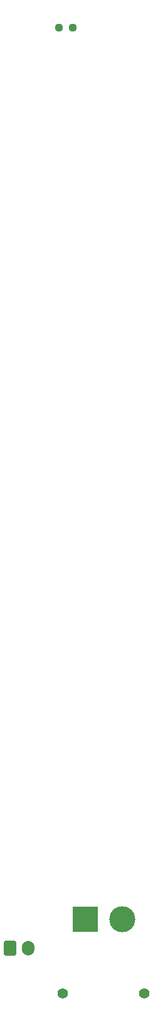
<source format=gts>
G04 #@! TF.GenerationSoftware,KiCad,Pcbnew,5.99.0-unknown-5975524826~131~ubuntu21.04.1*
G04 #@! TF.CreationDate,2021-09-24T15:40:40+02:00*
G04 #@! TF.ProjectId,e3pb,65337062-2e6b-4696-9361-645f70636258,rev?*
G04 #@! TF.SameCoordinates,Original*
G04 #@! TF.FileFunction,Soldermask,Top*
G04 #@! TF.FilePolarity,Negative*
%FSLAX46Y46*%
G04 Gerber Fmt 4.6, Leading zero omitted, Abs format (unit mm)*
G04 Created by KiCad (PCBNEW 5.99.0-unknown-5975524826~131~ubuntu21.04.1) date 2021-09-24 15:40:40*
%MOMM*%
%LPD*%
G01*
G04 APERTURE LIST*
G04 Aperture macros list*
%AMRoundRect*
0 Rectangle with rounded corners*
0 $1 Rounding radius*
0 $2 $3 $4 $5 $6 $7 $8 $9 X,Y pos of 4 corners*
0 Add a 4 corners polygon primitive as box body*
4,1,4,$2,$3,$4,$5,$6,$7,$8,$9,$2,$3,0*
0 Add four circle primitives for the rounded corners*
1,1,$1+$1,$2,$3*
1,1,$1+$1,$4,$5*
1,1,$1+$1,$6,$7*
1,1,$1+$1,$8,$9*
0 Add four rect primitives between the rounded corners*
20,1,$1+$1,$2,$3,$4,$5,0*
20,1,$1+$1,$4,$5,$6,$7,0*
20,1,$1+$1,$6,$7,$8,$9,0*
20,1,$1+$1,$8,$9,$2,$3,0*%
G04 Aperture macros list end*
%ADD10RoundRect,0.250000X-0.600000X-0.750000X0.600000X-0.750000X0.600000X0.750000X-0.600000X0.750000X0*%
%ADD11O,1.700000X2.000000*%
%ADD12RoundRect,0.237500X0.250000X0.237500X-0.250000X0.237500X-0.250000X-0.237500X0.250000X-0.237500X0*%
%ADD13C,1.400000*%
%ADD14R,3.500000X3.500000*%
%ADD15C,3.500000*%
G04 APERTURE END LIST*
D10*
X-7550000Y-123950000D03*
D11*
X-5050000Y-123950000D03*
D12*
X912500Y0D03*
X-912500Y0D03*
D13*
X10600000Y-130050000D03*
X-400000Y-130050000D03*
D14*
X2600000Y-120050000D03*
D15*
X7600000Y-120050000D03*
M02*

</source>
